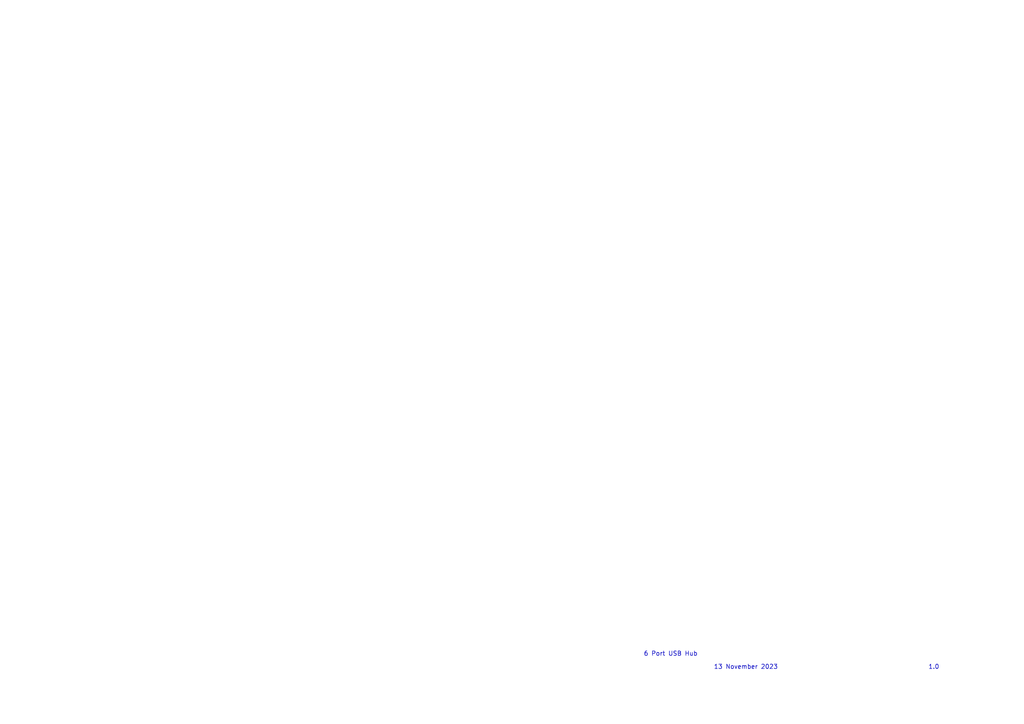
<source format=kicad_sch>
(kicad_sch (version 20230121) (generator eeschema)
  (paper "A4")
  (lib_symbols)
  (text "1.0" (at 269.24 194.31 0) (effects (font (size 1.27 1.27)) (justify left bottom)))
  (text "6 Port USB Hub" (at 186.69 190.5 0) (effects (font (size 1.27 1.27)) (justify left bottom)))
  (text "13 November 2023" (at 207.01 194.31 0) (effects (font (size 1.27 1.27)) (justify left bottom)))
)
</source>
